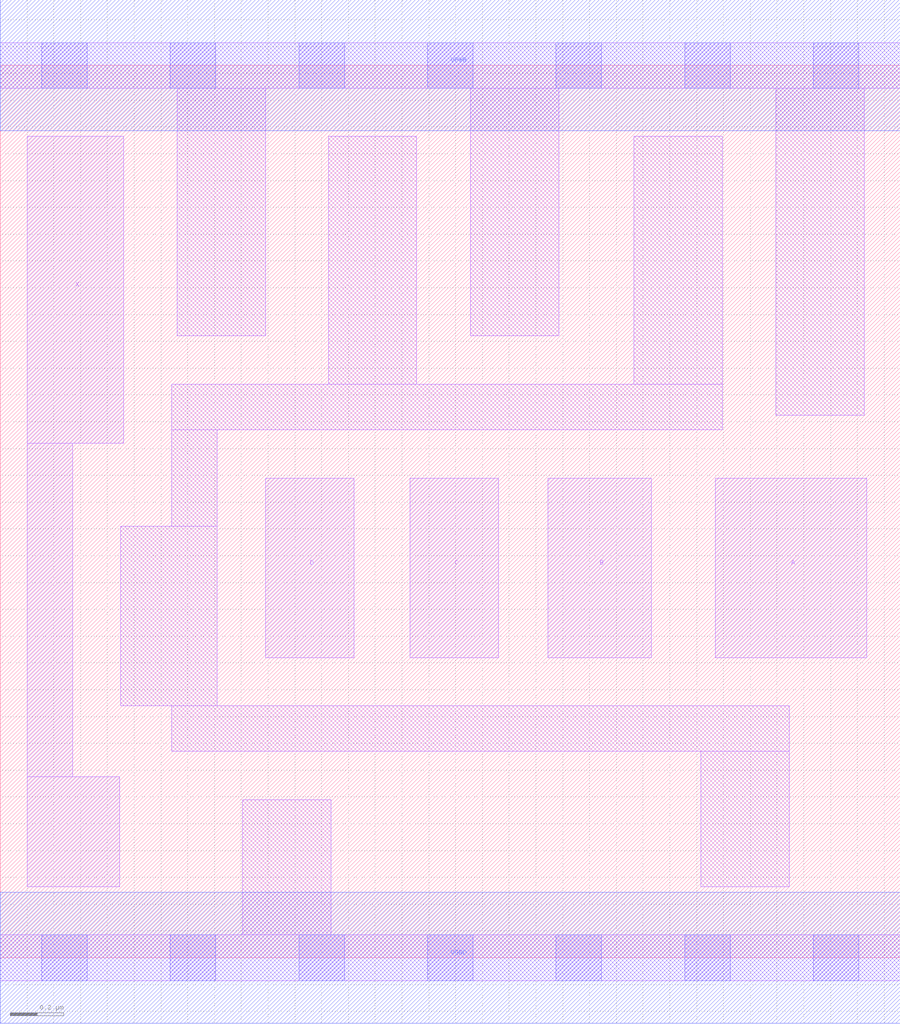
<source format=lef>
# Copyright 2020 The SkyWater PDK Authors
#
# Licensed under the Apache License, Version 2.0 (the "License");
# you may not use this file except in compliance with the License.
# You may obtain a copy of the License at
#
#     https://www.apache.org/licenses/LICENSE-2.0
#
# Unless required by applicable law or agreed to in writing, software
# distributed under the License is distributed on an "AS IS" BASIS,
# WITHOUT WARRANTIES OR CONDITIONS OF ANY KIND, either express or implied.
# See the License for the specific language governing permissions and
# limitations under the License.
#
# SPDX-License-Identifier: Apache-2.0

VERSION 5.7 ;
  NAMESCASESENSITIVE ON ;
  NOWIREEXTENSIONATPIN ON ;
  DIVIDERCHAR "/" ;
  BUSBITCHARS "[]" ;
UNITS
  DATABASE MICRONS 200 ;
END UNITS
MACRO sky130_fd_sc_lp__and4_lp2
  CLASS CORE ;
  SOURCE USER ;
  FOREIGN sky130_fd_sc_lp__and4_lp2 ;
  ORIGIN  0.000000  0.000000 ;
  SIZE  3.360000 BY  3.330000 ;
  SYMMETRY X Y R90 ;
  SITE unit ;
  PIN A
    ANTENNAGATEAREA  0.313000 ;
    DIRECTION INPUT ;
    USE SIGNAL ;
    PORT
      LAYER li1 ;
        RECT 2.670000 1.120000 3.235000 1.790000 ;
    END
  END A
  PIN B
    ANTENNAGATEAREA  0.313000 ;
    DIRECTION INPUT ;
    USE SIGNAL ;
    PORT
      LAYER li1 ;
        RECT 2.045000 1.120000 2.430000 1.790000 ;
    END
  END B
  PIN C
    ANTENNAGATEAREA  0.313000 ;
    DIRECTION INPUT ;
    USE SIGNAL ;
    PORT
      LAYER li1 ;
        RECT 1.530000 1.120000 1.860000 1.790000 ;
    END
  END C
  PIN D
    ANTENNAGATEAREA  0.313000 ;
    DIRECTION INPUT ;
    USE SIGNAL ;
    PORT
      LAYER li1 ;
        RECT 0.990000 1.120000 1.320000 1.790000 ;
    END
  END D
  PIN X
    ANTENNADIFFAREA  0.404700 ;
    DIRECTION OUTPUT ;
    USE SIGNAL ;
    PORT
      LAYER li1 ;
        RECT 0.100000 0.265000 0.445000 0.675000 ;
        RECT 0.100000 0.675000 0.270000 1.920000 ;
        RECT 0.100000 1.920000 0.460000 3.065000 ;
    END
  END X
  PIN VGND
    DIRECTION INOUT ;
    USE GROUND ;
    PORT
      LAYER met1 ;
        RECT 0.000000 -0.245000 3.360000 0.245000 ;
    END
  END VGND
  PIN VPWR
    DIRECTION INOUT ;
    USE POWER ;
    PORT
      LAYER met1 ;
        RECT 0.000000 3.085000 3.360000 3.575000 ;
    END
  END VPWR
  OBS
    LAYER li1 ;
      RECT 0.000000 -0.085000 3.360000 0.085000 ;
      RECT 0.000000  3.245000 3.360000 3.415000 ;
      RECT 0.450000  0.940000 0.810000 1.610000 ;
      RECT 0.640000  0.770000 2.945000 0.940000 ;
      RECT 0.640000  1.610000 0.810000 1.970000 ;
      RECT 0.640000  1.970000 2.695000 2.140000 ;
      RECT 0.660000  2.320000 0.990000 3.245000 ;
      RECT 0.905000  0.085000 1.235000 0.590000 ;
      RECT 1.225000  2.140000 1.555000 3.065000 ;
      RECT 1.755000  2.320000 2.085000 3.245000 ;
      RECT 2.365000  2.140000 2.695000 3.065000 ;
      RECT 2.615000  0.265000 2.945000 0.770000 ;
      RECT 2.895000  2.025000 3.225000 3.245000 ;
    LAYER mcon ;
      RECT 0.155000 -0.085000 0.325000 0.085000 ;
      RECT 0.155000  3.245000 0.325000 3.415000 ;
      RECT 0.635000 -0.085000 0.805000 0.085000 ;
      RECT 0.635000  3.245000 0.805000 3.415000 ;
      RECT 1.115000 -0.085000 1.285000 0.085000 ;
      RECT 1.115000  3.245000 1.285000 3.415000 ;
      RECT 1.595000 -0.085000 1.765000 0.085000 ;
      RECT 1.595000  3.245000 1.765000 3.415000 ;
      RECT 2.075000 -0.085000 2.245000 0.085000 ;
      RECT 2.075000  3.245000 2.245000 3.415000 ;
      RECT 2.555000 -0.085000 2.725000 0.085000 ;
      RECT 2.555000  3.245000 2.725000 3.415000 ;
      RECT 3.035000 -0.085000 3.205000 0.085000 ;
      RECT 3.035000  3.245000 3.205000 3.415000 ;
  END
END sky130_fd_sc_lp__and4_lp2
END LIBRARY

</source>
